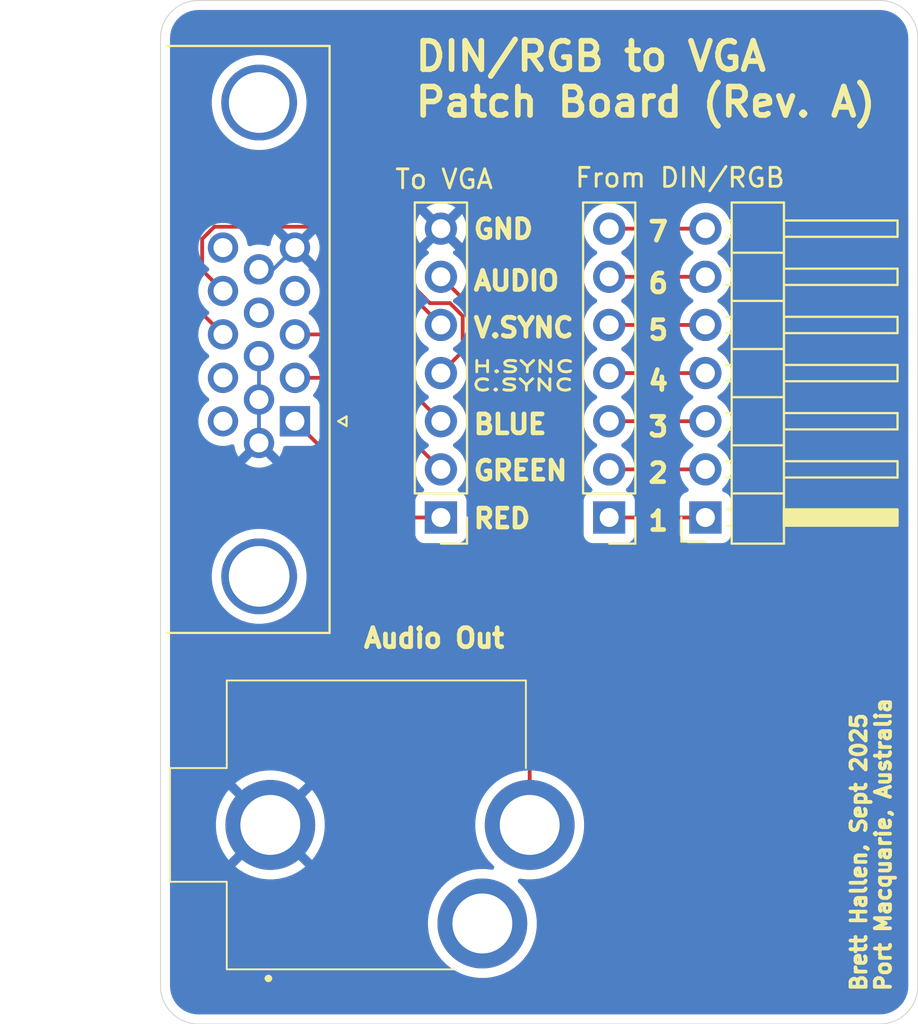
<source format=kicad_pcb>
(kicad_pcb (version 20241229) (generator "pcbnew") (generator_version "9.0")
  (layers (0 "F.Cu" signal) (2 "B.Cu" signal) (13 "F.Paste" user) (15 "B.Paste" user) (5 "F.SilkS" user "F.Silkscreen") (7 "B.SilkS" user "B.Silkscreen") (1 "F.Mask" user) (3 "B.Mask" user) (25 "Edge.Cuts" user))
  (net 0 "")
  (net 1 "H.SYNC")
  (net 2 "V.SYNC")
  (net 5 "GND")
  (net 8 "RED")
  (net 9 "GREEN")
  (net 10 "BLUE")
  (net 12 "AUDIO")
  (net 13 "DIN_{2}")
  (net 14 "DIN_{6}")
  (net 15 "DIN_{5}")
  (net 16 "DIN_{7}")
  (net 17 "DIN_{3}")
  (net 18 "DIN_{1}")
  (net 19 "DIN_{4}")
  (footprint "Connector_Dsub:DSUB-15-HD_Socket_Horizontal_P2.29x1.90mm_EdgePinOffset3.03mm_Housed_MountingHolesOffset4.94mm" (layer "F.Cu") (at 123.1 76.2 -90)
    (property "Reference" "J1" (hide yes))
    (property "Value" "VGA Out")
    (fp_line (start -19.8 6.77) (end -19.8 -1.83) (stroke (width 0.12)) (layer "F.SilkS"))
    (fp_line (start -19.8 -1.83) (end 11.17 -1.83) (stroke (width 0.12)) (layer "F.SilkS"))
    (fp_line (start 11.17 -1.83) (end 11.17 6.77) (stroke (width 0.12)) (layer "F.SilkS"))
    (fp_line (start 0 -2.291325) (end -0.25 -2.724338) (stroke (width 0.12)) (layer "F.SilkS"))
    (fp_line (start -0.25 -2.724338) (end 0.25 -2.724338) (stroke (width 0.12)) (layer "F.SilkS"))
    (fp_line (start 0.25 -2.724338) (end 0 -2.291325) (stroke (width 0.12)) (layer "F.SilkS"))
    (pad "0" thru_hole circle (at -16.815 1.89 270) (size 4 4) (drill 3.2) (layers "*.Cu" "*.Mask"))
    (pad "0" thru_hole circle (at 8.185 1.89 270) (size 4 4) (drill 3.2) (layers "*.Cu" "*.Mask"))
    (pad "1" thru_hole rect (at 0 0 270) (size 1.6 1.6) (drill 1) (layers "*.Cu" "*.Mask") (net 8 "RED"))
    (pad "2" thru_hole circle (at -2.29 0 270) (size 1.6 1.6) (drill 1) (layers "*.Cu" "*.Mask") (net 9 "GREEN"))
    (pad "3" thru_hole circle (at -4.58 0 270) (size 1.6 1.6) (drill 1) (layers "*.Cu" "*.Mask") (net 10 "BLUE"))
    (pad "4" thru_hole circle (at -6.87 0 270) (size 1.6 1.6) (drill 1) (layers "*.Cu" "*.Mask"))
    (pad "5" thru_hole circle (at -9.16 0 270) (size 1.6 1.6) (drill 1) (layers "*.Cu" "*.Mask") (net 5 "GND"))
    (pad "6" thru_hole circle (at 1.145 1.9 270) (size 1.6 1.6) (drill 1) (layers "*.Cu" "*.Mask") (net 5 "GND"))
    (pad "7" thru_hole circle (at -1.145 1.9 270) (size 1.6 1.6) (drill 1) (layers "*.Cu" "*.Mask") (net 5 "GND"))
    (pad "8" thru_hole circle (at -3.435 1.9 270) (size 1.6 1.6) (drill 1) (layers "*.Cu" "*.Mask") (net 5 "GND"))
    (pad "9" thru_hole circle (at -5.725 1.9 270) (size 1.6 1.6) (drill 1) (layers "*.Cu" "*.Mask"))
    (pad "10" thru_hole circle (at -8.015 1.9 270) (size 1.6 1.6) (drill 1) (layers "*.Cu" "*.Mask") (net 5 "GND"))
    (pad "11" thru_hole circle (at 0 3.8 270) (size 1.6 1.6) (drill 1) (layers "*.Cu" "*.Mask"))
    (pad "12" thru_hole circle (at -2.29 3.8 270) (size 1.6 1.6) (drill 1) (layers "*.Cu" "*.Mask"))
    (pad "13" thru_hole circle (at -4.58 3.8 270) (size 1.6 1.6) (drill 1) (layers "*.Cu" "*.Mask") (net 1 "H.SYNC"))
    (pad "14" thru_hole circle (at -6.87 3.8 270) (size 1.6 1.6) (drill 1) (layers "*.Cu" "*.Mask") (net 2 "V.SYNC"))
    (pad "15" thru_hole circle (at -9.16 3.8 270) (size 1.6 1.6) (drill 1) (layers "*.Cu" "*.Mask"))
  )
  (footprint "Connector_PinHeader_2.54mm:PinHeader_1x07_P2.54mm_Vertical" (layer "F.Cu") (at 139.7 81.28 180)
    (property "Reference" "J4" (hide yes))
    (property "Value" "RGB Patch" (hide yes))
    (fp_line (start 1.38 1.27) (end 1.38 16.62) (stroke (width 0.12)) (layer "F.SilkS"))
    (fp_line (start -1.38 16.62) (end 1.38 16.62) (stroke (width 0.12)) (layer "F.SilkS"))
    (fp_line (start -1.38 1.27) (end 1.38 1.27) (stroke (width 0.12)) (layer "F.SilkS"))
    (fp_line (start -1.38 1.27) (end -1.38 16.62) (stroke (width 0.12)) (layer "F.SilkS"))
    (fp_line (start -1.38 0) (end -1.38 -1.38) (stroke (width 0.12)) (layer "F.SilkS"))
    (fp_line (start -1.38 -1.38) (end 0 -1.38) (stroke (width 0.12)) (layer "F.SilkS"))
    (pad "1" thru_hole rect (at 0 0 180) (size 1.7 1.7) (drill 1) (layers "*.Cu" "*.Mask") (net 18 "DIN_{1}"))
    (pad "2" thru_hole circle (at 0 2.54 180) (size 1.7 1.7) (drill 1) (layers "*.Cu" "*.Mask") (net 13 "DIN_{2}"))
    (pad "3" thru_hole circle (at 0 5.08 180) (size 1.7 1.7) (drill 1) (layers "*.Cu" "*.Mask") (net 17 "DIN_{3}"))
    (pad "4" thru_hole circle (at 0 7.62 180) (size 1.7 1.7) (drill 1) (layers "*.Cu" "*.Mask") (net 19 "DIN_{4}"))
    (pad "5" thru_hole circle (at 0 10.16 180) (size 1.7 1.7) (drill 1) (layers "*.Cu" "*.Mask") (net 15 "DIN_{5}"))
    (pad "6" thru_hole circle (at 0 12.7 180) (size 1.7 1.7) (drill 1) (layers "*.Cu" "*.Mask") (net 14 "DIN_{6}"))
    (pad "7" thru_hole circle (at 0 15.24 180) (size 1.7 1.7) (drill 1) (layers "*.Cu" "*.Mask") (net 16 "DIN_{7}"))
  )
  (footprint "Clueless_Engineer:MJ3536N" (layer "F.Cu") (at 127.186 97.79)
    (property "Reference" "J2" (hide yes))
    (property "Value" "Audio Out" (hide yes))
    (fp_line (start -10.686 -3.29) (end -10.686 -3.29) (stroke (width 0.1)) (layer "F.SilkS"))
    (fp_line (start -10.686 -3.29) (end -10.686 2.71) (stroke (width 0.1)) (layer "F.SilkS"))
    (fp_line (start -10.686 2.71) (end -7.686 2.71) (stroke (width 0.1)) (layer "F.SilkS"))
    (fp_line (start -7.686 -7.91) (end -7.686 -3.29) (stroke (width 0.1)) (layer "F.SilkS"))
    (fp_line (start -7.686 -3.29) (end -10.686 -3.29) (stroke (width 0.1)) (layer "F.SilkS"))
    (fp_line (start -7.686 2.71) (end -7.686 7.33) (stroke (width 0.1)) (layer "F.SilkS"))
    (fp_line (start -7.686 7.33) (end 4.314 7.33) (stroke (width 0.1)) (layer "F.SilkS"))
    (fp_line (start -5.586 7.81) (end -5.586 7.81) (stroke (width 0.2)) (layer "F.SilkS"))
    (fp_line (start -5.386 7.81) (end -5.386 7.81) (stroke (width 0.2)) (layer "F.SilkS"))
    (fp_line (start 8.114 -7.91) (end -7.686 -7.91) (stroke (width 0.1)) (layer "F.SilkS"))
    (fp_line (start 8.114 -3.29) (end 8.114 -7.91) (stroke (width 0.1)) (layer "F.SilkS"))
    (fp_arc (start -5.586 7.81) (mid -5.486 7.71) (end -5.386 7.81) (stroke (width 0.2)) (layer "F.SilkS"))
    (fp_arc (start -5.386 7.81) (mid -5.486 7.91) (end -5.586 7.81) (stroke (width 0.2)) (layer "F.SilkS"))
    (pad "1" thru_hole circle (at -5.386 -0.29) (size 4.743 4.743) (drill 3.1623) (layers "*.Cu" "*.Mask") (net 5 "GND"))
    (pad "2" thru_hole circle (at 8.314 -0.29) (size 4.743 4.743) (drill 3.1623) (layers "*.Cu" "*.Mask") (net 12 "AUDIO"))
    (pad "3" thru_hole circle (at 5.814 4.91) (size 4.743 4.743) (drill 3.1623) (layers "*.Cu" "*.Mask"))
  )
  (footprint "Connector_PinHeader_2.54mm:PinHeader_1x07_P2.54mm_Vertical" (layer "F.Cu") (at 130.81 81.28 180)
    (property "Reference" "J3" (hide yes))
    (property "Value" "To VGA" (at -0.17 17.85 0) (layer "F.SilkS"))
    (fp_line (start 1.38 1.27) (end 1.38 16.62) (stroke (width 0.12)) (layer "F.SilkS"))
    (fp_line (start -1.38 16.62) (end 1.38 16.62) (stroke (width 0.12)) (layer "F.SilkS"))
    (fp_line (start -1.38 1.27) (end 1.38 1.27) (stroke (width 0.12)) (layer "F.SilkS"))
    (fp_line (start -1.38 1.27) (end -1.38 16.62) (stroke (width 0.12)) (layer "F.SilkS"))
    (fp_line (start -1.38 0) (end -1.38 -1.38) (stroke (width 0.12)) (layer "F.SilkS"))
    (fp_line (start -1.38 -1.38) (end 0 -1.38) (stroke (width 0.12)) (layer "F.SilkS"))
    (pad "1" thru_hole rect (at 0 0 180) (size 1.7 1.7) (drill 1) (layers "*.Cu" "*.Mask") (net 8 "RED"))
    (pad "2" thru_hole circle (at 0 2.54 180) (size 1.7 1.7) (drill 1) (layers "*.Cu" "*.Mask") (net 9 "GREEN"))
    (pad "3" thru_hole circle (at 0 5.08 180) (size 1.7 1.7) (drill 1) (layers "*.Cu" "*.Mask") (net 10 "BLUE"))
    (pad "4" thru_hole circle (at 0 7.62 180) (size 1.7 1.7) (drill 1) (layers "*.Cu" "*.Mask") (net 1 "H.SYNC"))
    (pad "5" thru_hole circle (at 0 10.16 180) (size 1.7 1.7) (drill 1) (layers "*.Cu" "*.Mask") (net 2 "V.SYNC"))
    (pad "6" thru_hole circle (at 0 12.7 180) (size 1.7 1.7) (drill 1) (layers "*.Cu" "*.Mask") (net 12 "AUDIO"))
    (pad "7" thru_hole circle (at 0 15.24 180) (size 1.7 1.7) (drill 1) (layers "*.Cu" "*.Mask") (net 5 "GND"))
  )
  (footprint "Connector_PinHeader_2.54mm:PinHeader_1x07_P2.54mm_Horizontal" (layer "F.Cu") (at 144.78 66.04)
    (property "Reference" "J5" (hide yes))
    (property "Value" "From DIN/RGB" (at -1.34 -2.69 0) (layer "F.SilkS"))
    (fp_line (start -1.27 15.24) (end -1.27 16.51) (stroke (width 0.12)) (layer "F.SilkS"))
    (fp_line (start -1.27 16.51) (end 0 16.51) (stroke (width 0.12)) (layer "F.SilkS"))
    (fp_line (start 1.077358 -0.43) (end 1.39 -0.43) (stroke (width 0.12)) (layer "F.SilkS"))
    (fp_line (start 1.077358 0.43) (end 1.39 0.43) (stroke (width 0.12)) (layer "F.SilkS"))
    (fp_line (start 1.077358 2.11) (end 1.39 2.11) (stroke (width 0.12)) (layer "F.SilkS"))
    (fp_line (start 1.077358 2.97) (end 1.39 2.97) (stroke (width 0.12)) (layer "F.SilkS"))
    (fp_line (start 1.077358 4.65) (end 1.39 4.65) (stroke (width 0.12)) (layer "F.SilkS"))
    (fp_line (start 1.077358 5.51) (end 1.39 5.51) (stroke (width 0.12)) (layer "F.SilkS"))
    (fp_line (start 1.077358 7.19) (end 1.39 7.19) (stroke (width 0.12)) (layer "F.SilkS"))
    (fp_line (start 1.077358 8.05) (end 1.39 8.05) (stroke (width 0.12)) (layer "F.SilkS"))
    (fp_line (start 1.077358 9.73) (end 1.39 9.73) (stroke (width 0.12)) (layer "F.SilkS"))
    (fp_line (start 1.077358 10.59) (end 1.39 10.59) (stroke (width 0.12)) (layer "F.SilkS"))
    (fp_line (start 1.077358 12.27) (end 1.39 12.27) (stroke (width 0.12)) (layer "F.SilkS"))
    (fp_line (start 1.077358 13.13) (end 1.39 13.13) (stroke (width 0.12)) (layer "F.SilkS"))
    (fp_line (start 1.16 14.81) (end 1.39 14.81) (stroke (width 0.12)) (layer "F.SilkS"))
    (fp_line (start 1.16 15.67) (end 1.39 15.67) (stroke (width 0.12)) (layer "F.SilkS"))
    (fp_line (start 1.39 -1.38) (end 4.15 -1.38) (stroke (width 0.12)) (layer "F.SilkS"))
    (fp_line (start 1.39 1.27) (end 4.15 1.27) (stroke (width 0.12)) (layer "F.SilkS"))
    (fp_line (start 1.39 3.81) (end 4.15 3.81) (stroke (width 0.12)) (layer "F.SilkS"))
    (fp_line (start 1.39 6.35) (end 4.15 6.35) (stroke (width 0.12)) (layer "F.SilkS"))
    (fp_line (start 1.39 8.89) (end 4.15 8.89) (stroke (width 0.12)) (layer "F.SilkS"))
    (fp_line (start 1.39 11.43) (end 4.15 11.43) (stroke (width 0.12)) (layer "F.SilkS"))
    (fp_line (start 1.39 13.97) (end 4.15 13.97) (stroke (width 0.12)) (layer "F.SilkS"))
    (fp_line (start 1.39 16.62) (end 1.39 -1.38) (stroke (width 0.12)) (layer "F.SilkS"))
    (fp_line (start 4.15 -1.38) (end 4.15 16.62) (stroke (width 0.12)) (layer "F.SilkS"))
    (fp_line (start 4.15 0.43) (end 10.15 0.43) (stroke (width 0.12)) (layer "F.SilkS"))
    (fp_line (start 4.15 2.97) (end 10.15 2.97) (stroke (width 0.12)) (layer "F.SilkS"))
    (fp_line (start 4.15 5.51) (end 10.15 5.51) (stroke (width 0.12)) (layer "F.SilkS"))
    (fp_line (start 4.15 8.05) (end 10.15 8.05) (stroke (width 0.12)) (layer "F.SilkS"))
    (fp_line (start 4.15 10.59) (end 10.15 10.59) (stroke (width 0.12)) (layer "F.SilkS"))
    (fp_line (start 4.15 13.13) (end 10.15 13.13) (stroke (width 0.12)) (layer "F.SilkS"))
    (fp_line (start 4.15 16.62) (end 1.39 16.62) (stroke (width 0.12)) (layer "F.SilkS"))
    (fp_line (start 10.15 -0.43) (end 4.15 -0.43) (stroke (width 0.12)) (layer "F.SilkS"))
    (fp_line (start 10.15 0.43) (end 10.15 -0.43) (stroke (width 0.12)) (layer "F.SilkS"))
    (fp_line (start 10.15 2.11) (end 4.15 2.11) (stroke (width 0.12)) (layer "F.SilkS"))
    (fp_line (start 10.15 2.97) (end 10.15 2.11) (stroke (width 0.12)) (layer "F.SilkS"))
    (fp_line (start 10.15 4.65) (end 4.15 4.65) (stroke (width 0.12)) (layer "F.SilkS"))
    (fp_line (start 10.15 5.51) (end 10.15 4.65) (stroke (width 0.12)) (layer "F.SilkS"))
    (fp_line (start 10.15 7.19) (end 4.15 7.19) (stroke (width 0.12)) (layer "F.SilkS"))
    (fp_line (start 10.15 8.05) (end 10.15 7.19) (stroke (width 0.12)) (layer "F.SilkS"))
    (fp_line (start 10.15 9.73) (end 4.15 9.73) (stroke (width 0.12)) (layer "F.SilkS"))
    (fp_line (start 10.15 10.59) (end 10.15 9.73) (stroke (width 0.12)) (layer "F.SilkS"))
    (fp_line (start 10.15 12.27) (end 4.15 12.27) (stroke (width 0.12)) (layer "F.SilkS"))
    (fp_line (start 10.15 13.13) (end 10.15 12.27) (stroke (width 0.12)) (layer "F.SilkS"))
    (fp_rect (start 4.15 15.67) (end 10.15 14.81) (stroke (width 0.12)) (fill yes) (layer "F.SilkS"))
    (pad "1" thru_hole rect (at 0 15.24) (size 1.7 1.7) (drill 1) (layers "*.Cu" "*.Mask") (net 18 "DIN_{1}"))
    (pad "2" thru_hole circle (at 0 12.7) (size 1.7 1.7) (drill 1) (layers "*.Cu" "*.Mask") (net 13 "DIN_{2}"))
    (pad "3" thru_hole circle (at 0 10.16) (size 1.7 1.7) (drill 1) (layers "*.Cu" "*.Mask") (net 17 "DIN_{3}"))
    (pad "4" thru_hole circle (at 0 7.62) (size 1.7 1.7) (drill 1) (layers "*.Cu" "*.Mask") (net 19 "DIN_{4}"))
    (pad "5" thru_hole circle (at 0 5.08) (size 1.7 1.7) (drill 1) (layers "*.Cu" "*.Mask") (net 15 "DIN_{5}"))
    (pad "6" thru_hole circle (at 0 2.54) (size 1.7 1.7) (drill 1) (layers "*.Cu" "*.Mask") (net 14 "DIN_{6}"))
    (pad "7" thru_hole circle (at 0 0) (size 1.7 1.7) (drill 1) (layers "*.Cu" "*.Mask") (net 16 "DIN_{7}"))
  )
  (gr_line (start 118 54) (end 154 54) (stroke (width 0.05)) (layer "Edge.Cuts"))
  (gr_arc (start 156 106) (mid 155.414214 107.414214) (end 154 108) (stroke (width 0.05)) (layer "Edge.Cuts"))
  (gr_arc (start 116 56) (mid 116.585786 54.585786) (end 118 54) (stroke (width 0.05)) (layer "Edge.Cuts"))
  (gr_arc (start 154 54) (mid 155.414214 54.585786) (end 156 56) (stroke (width 0.05)) (layer "Edge.Cuts"))
  (gr_line (start 156 56) (end 156 106) (stroke (width 0.05)) (layer "Edge.Cuts"))
  (gr_line (start 116 106) (end 116 56) (stroke (width 0.05)) (layer "Edge.Cuts"))
  (gr_line (start 154 108) (end 118 108) (stroke (width 0.05)) (layer "Edge.Cuts"))
  (gr_arc (start 118 108) (mid 116.585786 107.414214) (end 116 106) (stroke (width 0.05)) (layer "Edge.Cuts"))
  (gr_text "3" (at 141.65 77.08 0) (layer "F.SilkS") (effects (font (size 1 1) (thickness 0.25) (bold yes)) (justify left bottom)))
  (gr_text "AUDIO" (at 132.42 69.38 0) (layer "F.SilkS") (effects (font (size 1 1) (thickness 0.25) (bold yes)) (justify left bottom)))
  (gr_text "DIN/RGB to VGA \nPatch Board (Rev. A)" (at 129.32 60.24 0) (layer "F.SilkS") (effects (font (size 1.5 1.5) (thickness 0.3) (bold yes)) (justify left bottom)))
  (gr_text "V.SYNC" (at 132.42 71.85 0) (layer "F.SilkS") (effects (font (size 1 1) (thickness 0.25) (bold yes)) (justify left bottom)))
  (gr_text "5" (at 141.65 71.98 0) (layer "F.SilkS") (effects (font (size 1 1) (thickness 0.25) (bold yes)) (justify left bottom)))
  (gr_text "GND" (at 132.42 66.65 0) (layer "F.SilkS") (effects (font (size 1 1) (thickness 0.25) (bold yes)) (justify left bottom)))
  (gr_text "GREEN" (at 132.42 79.39 0) (layer "F.SilkS") (effects (font (size 1 1) (thickness 0.25) (bold yes)) (justify left bottom)))
  (gr_text "1" (at 141.65 82.05 0) (layer "F.SilkS") (effects (font (size 1 1) (thickness 0.25) (bold yes)) (justify left bottom)))
  (gr_text "Audio Out" (at 126.62 88.23 0) (layer "F.SilkS") (effects (font (size 1 1) (thickness 0.25) (bold yes)) (justify left bottom)))
  (gr_text "2" (at 141.65 79.52 0) (layer "F.SilkS") (effects (font (size 1 1) (thickness 0.25) (bold yes)) (justify left bottom)))
  (gr_text "H.SYNC\nC.SYNC" (at 132.37 74.64 0) (layer "F.SilkS") (effects (font (size 0.6 1) (thickness 0.15) (bold yes)) (justify left bottom)))
  (gr_text "BLUE" (at 132.42 76.95 0) (layer "F.SilkS") (effects (font (size 1 1) (thickness 0.25) (bold yes)) (justify left bottom)))
  (gr_text "RED" (at 132.42 81.92 0) (layer "F.SilkS") (effects (font (size 1 1) (thickness 0.25) (bold yes)) (justify left bottom)))
  (gr_text "Brett Hallen, Sept 2025\nPort Macquarie, Australia" (at 154.64 106.36 90) (layer "F.SilkS") (effects (font (size 0.8 0.8) (thickness 0.2) (bold yes)) (justify left bottom)))
  (gr_text "7" (at 141.65 66.78 0) (layer "F.SilkS") (effects (font (size 1 1) (thickness 0.25) (bold yes)) (justify left bottom)))
  (gr_text "6" (at 141.65 69.51 0) (layer "F.SilkS") (effects (font (size 1 1) (thickness 0.25) (bold yes)) (justify left bottom)))
  (gr_text "4" (at 141.65 74.66 0) (layer "F.SilkS") (effects (font (size 1 1) (thickness 0.25) (bold yes)) (justify left bottom)))
  (segment (start 118.67785 65.538) (end 117.798 66.41785) (width 0.2) (layer "F.Cu") (net 1))
  (segment (start 131.961 70.64324) (end 131.28676 69.969) (width 0.2) (layer "F.Cu") (net 1))
  (segment (start 131.28676 69.969) (end 130.2261 69.969) (width 0.2) (layer "F.Cu") (net 1))
  (segment (start 131.961 72.509) (end 131.961 70.64324) (width 0.2) (layer "F.Cu") (net 1))
  (segment (start 130.81 73.66) (end 131.961 72.509) (width 0.2) (layer "F.Cu") (net 1))
  (segment (start 130.2261 69.969) (end 125.7951 65.538) (width 0.2) (layer "F.Cu") (net 1))
  (segment (start 117.798 66.41785) (end 117.798 70.118) (width 0.2) (layer "F.Cu") (net 1))
  (segment (start 117.798 70.118) (end 119.3 71.62) (width 0.2) (layer "F.Cu") (net 1))
  (segment (start 125.7951 65.538) (end 118.67785 65.538) (width 0.2) (layer "F.Cu") (net 1))
  (segment (start 119.3 69.33) (end 118.199 68.229) (width 0.2) (layer "F.Cu") (net 2))
  (segment (start 118.199 66.58395) (end 118.84395 65.939) (width 0.2) (layer "F.Cu") (net 2))
  (segment (start 125.629 65.939) (end 130.81 71.12) (width 0.2) (layer "F.Cu") (net 2))
  (segment (start 118.199 68.229) (end 118.199 66.58395) (width 0.2) (layer "F.Cu") (net 2))
  (segment (start 118.84395 65.939) (end 125.629 65.939) (width 0.2) (layer "F.Cu") (net 2))
  (segment (start 121.955 68.185) (end 121.2 68.185) (width 0.2) (layer "B.Cu") (net 5))
  (segment (start 121.2 72.765) (end 121.2 77.345) (width 0.2) (layer "B.Cu") (net 5))
  (segment (start 123.1 67.04) (end 121.955 68.185) (width 0.2) (layer "B.Cu") (net 5))
  (segment (start 128.18 81.28) (end 123.1 76.2) (width 0.2) (layer "F.Cu") (net 8))
  (segment (start 130.81 81.28) (end 128.18 81.28) (width 0.2) (layer "F.Cu") (net 8))
  (segment (start 125.98 73.91) (end 123.1 73.91) (width 0.2) (layer "F.Cu") (net 9))
  (segment (start 130.81 78.74) (end 125.98 73.91) (width 0.2) (layer "F.Cu") (net 9))
  (segment (start 130.81 76.2) (end 126.23 71.62) (width 0.2) (layer "F.Cu") (net 10))
  (segment (start 126.23 71.62) (end 123.1 71.62) (width 0.2) (layer "F.Cu") (net 10))
  (segment (start 135.5 73.27) (end 135.5 97.5) (width 0.2) (layer "F.Cu") (net 12))
  (segment (start 130.81 68.58) (end 135.5 73.27) (width 0.2) (layer "F.Cu") (net 12))
  (segment (start 139.7 78.74) (end 144.78 78.74) (width 0.2) (layer "F.Cu") (net 13))
  (segment (start 139.7 68.58) (end 144.78 68.58) (width 0.2) (layer "F.Cu") (net 14))
  (segment (start 139.7 71.12) (end 144.78 71.12) (width 0.2) (layer "F.Cu") (net 15))
  (segment (start 139.7 66.04) (end 144.78 66.04) (width 0.2) (layer "F.Cu") (net 16))
  (segment (start 139.7 76.2) (end 144.78 76.2) (width 0.2) (layer "F.Cu") (net 17))
  (segment (start 139.7 81.28) (end 144.78 81.28) (width 0.2) (layer "F.Cu") (net 18))
  (segment (start 139.7 73.66) (end 144.78 73.66) (width 0.2) (layer "F.Cu") (net 19))
  (zone (net 5) (net_name "GND") (layer "B.Cu") (connect_pads (clearance 0.5)) (min_thickness 0.25) (fill yes (thermal_gap 0.5) (thermal_bridge_width 0.5))
    (polygon (pts (xy 116 54) (xy 156 54) (xy 156 108) (xy 116 108)))
  )
)
</source>
